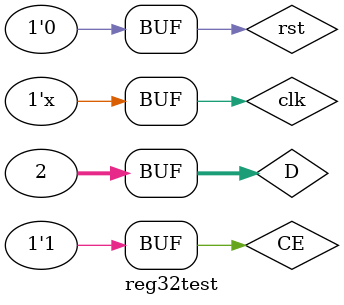
<source format=v>
`timescale 1ns / 1ps


module reg32test;

	// Inputs
	reg clk;
	reg rst;
	reg CE;
	reg [31:0] D;

	// Outputs
	wire [31:0] Q;

	// Instantiate the Unit Under Test (UUT)
	REG32 uut (
		.clk(clk), 
		.rst(rst), 
		.CE(CE), 
		.D(D), 
		.Q(Q)
	);

	initial begin
		// Initialize Inputs
		clk = 0;
		rst = 0;
		CE = 0;
		D = 0;
	   // Wait 100 ns for global reset to finish
		#100;
		CE=1;
		D=7;
		#100;
		CE=0;
		D=2;
		#100;
		CE=1;
	end
	always #20 clk<=~clk;
      
endmodule


</source>
